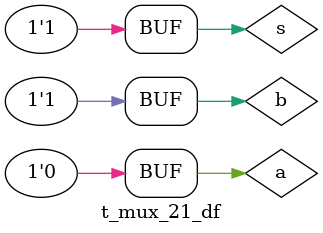
<source format=v>
module mux_21_df(y,a,b,s);
  output y;
  input a,b,s;
  
  assign y=((s==0)?a:b);
endmodule


//tst bnch

module t_mux_21_df();
  wire y;
  reg a,b,s;
  
   mux_21_df a1(y,a,b,s);
  
  initial
  begin
  s= 1'b0;
  a= 1'b0;
  b = 1'b1;
  #50;
  
  s= 1'b1;
  a= 1'b0;
  b = 1'b1;
  #50;

end

endmodule

</source>
